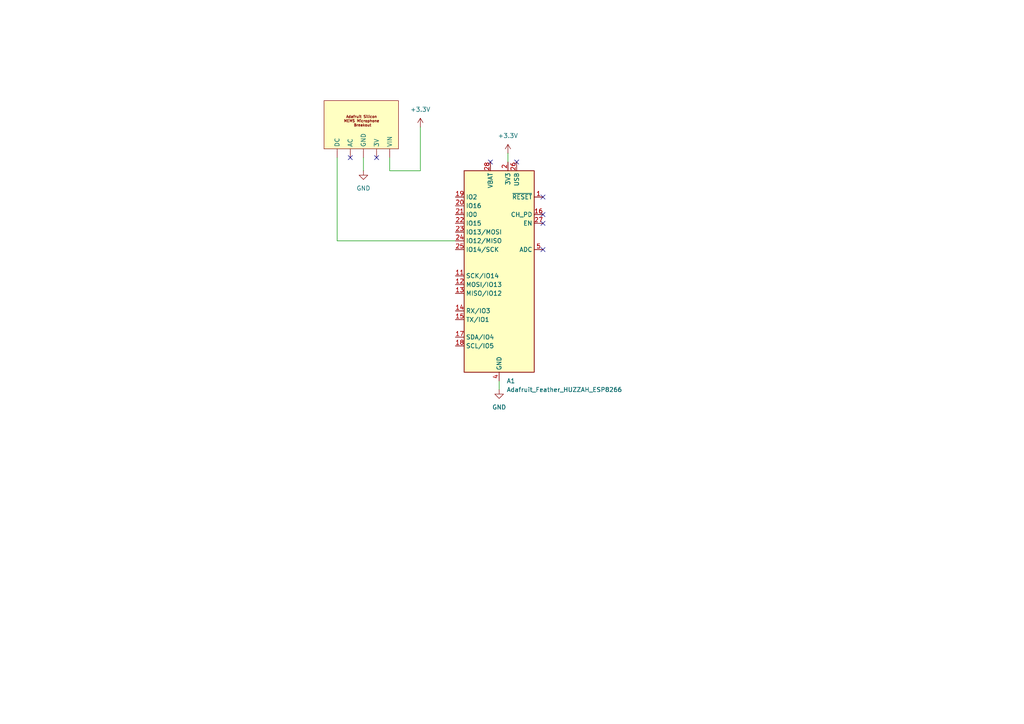
<source format=kicad_sch>
(kicad_sch (version 20250114) (generator "eeschema") (generator_version "9.0")
  (paper "A4")
  (lib_symbols
    (symbol "MCU_Module:Adafruit_Feather_HUZZAH_ESP8266"
      (property "Reference" "A" (at -10.16 29.21 0))
      (property "Value" "Adafruit_Feather_HUZZAH_ESP8266" (at 2.54 -31.75 0))
      (symbol "Adafruit_Feather_HUZZAH_ESP8266_0_1"
        (rectangle (start -10.16 27.94) (end 10.16 -30.48) (stroke (width 0.254)) (fill (type background)))
      )
      (symbol "Adafruit_Feather_HUZZAH_ESP8266_1_1"
        (pin bidirectional line (at -12.7 20.32 0) (length 2.54) (name "IO2") (number "19"))
        (pin bidirectional line (at -12.7 17.78 0) (length 2.54) (name "IO16") (number "20"))
        (pin bidirectional line (at -12.7 15.24 0) (length 2.54) (name "IO0") (number "21"))
        (pin bidirectional line (at -12.7 12.7 0) (length 2.54) (name "IO15") (number "22"))
        (pin bidirectional line (at -12.7 10.16 0) (length 2.54) (name "IO13/MOSI") (number "23"))
        (pin bidirectional line (at -12.7 7.62 0) (length 2.54) (name "IO12/MISO") (number "24"))
        (pin bidirectional line (at -12.7 5.08 0) (length 2.54) (name "IO14/SCK") (number "25"))
        (pin bidirectional line (at -12.7 -2.54 0) (length 2.54) (name "SCK/IO14") (number "11"))
        (pin bidirectional line (at -12.7 -5.08 0) (length 2.54) (name "MOSI/IO13") (number "12"))
        (pin bidirectional line (at -12.7 -7.62 0) (length 2.54) (name "MISO/IO12") (number "13"))
        (pin bidirectional line (at -12.7 -12.7 0) (length 2.54) (name "RX/IO3") (number "14"))
        (pin bidirectional line (at -12.7 -15.24 0) (length 2.54) (name "TX/IO1") (number "15"))
        (pin bidirectional line (at -12.7 -20.32 0) (length 2.54) (name "SDA/IO4") (number "17"))
        (pin bidirectional line (at -12.7 -22.86 0) (length 2.54) (name "SCL/IO5") (number "18"))
        (pin power_in line (at -2.54 30.48 270) (length 2.54) (name "VBAT") (number "28"))
        (pin power_in line (at 0 -33.02 90) (length 2.54) (name "GND") (number "4"))
        (pin power_in line (at 2.54 30.48 270) (length 2.54) (name "3V3") (number "2"))
        (pin power_in line (at 5.08 30.48 270) (length 2.54) (name "USB") (number "26"))
        (pin no_connect line (at 10.16 10.16 180) (length 2.54) (hide yes) (name "NC") (number "3"))
        (pin no_connect line (at 10.16 2.54 180) (length 2.54) (hide yes) (name "NC") (number "6"))
        (pin no_connect line (at 10.16 0 180) (length 2.54) (hide yes) (name "NC") (number "7"))
        (pin no_connect line (at 10.16 -2.54 180) (length 2.54) (hide yes) (name "NC") (number "8"))
        (pin no_connect line (at 10.16 -5.08 180) (length 2.54) (hide yes) (name "NC") (number "9"))
        (pin no_connect line (at 10.16 -7.62 180) (length 2.54) (hide yes) (name "NC") (number "10"))
        (pin input line (at 12.7 20.32 180) (length 2.54) (name "~{RESET}") (number "1"))
        (pin bidirectional line (at 12.7 15.24 180) (length 2.54) (name "CH_PD") (number "16"))
        (pin input line (at 12.7 12.7 180) (length 2.54) (name "EN") (number "27"))
        (pin bidirectional line (at 12.7 5.08 180) (length 2.54) (name "ADC") (number "5"))
      )
    )
    (symbol "mudasir_custom:Adafruit_Silicon_MEMS_Mic_Breakout"
      (symbol "Adafruit_Silicon_MEMS_Mic_Breakout_0_1"
        (rectangle (start 15.24 10.16) (end -6.35 -3.81) (fill (type color) (color 255 255 194 1)))
      )
      (symbol "Adafruit_Silicon_MEMS_Mic_Breakout_1_0"
        (pin free line (at -2.54 -6.35 90) (length 2.54) (name "DC") (number ""))
        (pin free line (at 1.27 -6.35 90) (length 2.54) (name "AC") (number ""))
        (pin open_collector line (at 5.08 -6.35 90) (length 2.54) (name "GND") (number ""))
        (pin power_in line (at 8.89 -6.35 90) (length 2.54) (name "3V") (number ""))
        (pin power_in line (at 12.7 -6.35 90) (length 2.54) (name "VIN") (number ""))
      )
      (symbol "Adafruit_Silicon_MEMS_Mic_Breakout_1_1"
        (text "Adafruit Silicon \nMEMS Microphone \nBreakout" (at 4.826 4.318 0) (effects (font (size 0.762 0.762))))
      )
    )
    (symbol "power:+3.3V" (power) (pin_numbers (hide yes)) (pin_names (offset 0) (hide yes))
      (property "Value" "+3.3V" (at 0 3.556 0))
      (symbol "+3.3V_0_1"
        (polyline (pts (xy -0.762 1.27) (xy 0 2.54)))
        (polyline (pts (xy 0 2.54) (xy 0.762 1.27)))
        (polyline (pts (xy 0 0) (xy 0 2.54)))
      )
      (symbol "+3.3V_1_1"
        (pin power_in line (at 0 0 90) (length 0) (name "~") (number "1"))
      )
    )
    (symbol "power:GND" (power) (pin_numbers (hide yes)) (pin_names (offset 0) (hide yes))
      (property "Value" "GND" (at 0 -3.81 0))
      (symbol "GND_0_1"
        (polyline (pts (xy 0 0) (xy 0 -1.27) (xy 1.27 -1.27) (xy 0 -2.54) (xy -1.27 -1.27) (xy 0 -1.27)))
      )
      (symbol "GND_1_1"
        (pin power_in line (at 0 0 270) (length 0) (name "~") (number "1"))
      )
    )
  )
  (no_connect (at 142.24 46.99))
  (no_connect (at 157.48 64.77))
  (no_connect (at 157.48 72.39))
  (no_connect (at 101.6 45.72))
  (no_connect (at 157.48 57.15))
  (no_connect (at 157.48 62.23))
  (no_connect (at 109.22 45.72))
  (no_connect (at 149.86 46.99))
  (wire (pts (xy 121.92 49.53) (xy 121.92 36.83)))
  (wire (pts (xy 105.41 45.72) (xy 105.41 49.53)))
  (wire (pts (xy 113.03 49.53) (xy 121.92 49.53)))
  (wire (pts (xy 144.78 110.49) (xy 144.78 113.03)))
  (wire (pts (xy 97.79 69.85) (xy 132.08 69.85)))
  (wire (pts (xy 113.03 45.72) (xy 113.03 49.53)))
  (wire (pts (xy 97.79 45.72) (xy 97.79 69.85)))
  (wire (pts (xy 147.32 44.45) (xy 147.32 46.99)))
  (symbol (lib_id "power:+3.3V") (at 147.32 44.45 0) (unit 1)
    (property "Reference" "#PWR01" (effects (hide yes)))
    (property "Value" "+3.3V" (at 147.32 39.37 0))
    (property "Description" "Power symbol creates a global label with name \"+3.3V\"" (effects (hide yes)))
  )
  (symbol (lib_id "power:+3.3V") (at 121.92 36.83 0) (unit 1)
    (property "Reference" "#PWR02" (effects (hide yes)))
    (property "Value" "+3.3V" (at 121.92 31.75 0))
    (property "Description" "Power symbol creates a global label with name \"+3.3V\"" (effects (hide yes)))
  )
  (symbol (lib_id "power:GND") (at 144.78 113.03 0) (unit 1)
    (property "Reference" "#PWR04" (effects (hide yes)))
    (property "Value" "GND" (at 144.78 118.11 0))
    (property "Description" "Power symbol creates a global label with name \"GND\" , ground" (effects (hide yes)))
  )
  (symbol (lib_id "power:GND") (at 105.41 49.53 0) (unit 1)
    (property "Reference" "#PWR03" (effects (hide yes)))
    (property "Value" "GND" (at 105.41 54.61 0))
    (property "Description" "Power symbol creates a global label with name \"GND\" , ground" (effects (hide yes)))
  )
  (symbol (lib_id "MCU_Module:Adafruit_Feather_HUZZAH_ESP8266") (at 144.78 77.47 0) (unit 1)
    (property "Reference" "A1" (at 146.9233 110.49 0) (effects (justify left)))
    (property "Value" "Adafruit_Feather_HUZZAH_ESP8266" (at 146.9233 113.03 0) (effects (justify left)))
    (property "Footprint" "Module:Adafruit_Feather" (effects (hide yes)))
    (property "Datasheet" "https://cdn-learn.adafruit.com/downloads/pdf/adafruit-feather-huzzah-esp8266.pdf" (effects (hide yes)))
    (property "Description" "Microcontroller module with ESP8266 MCU" (effects (hide yes)))
  )
  (symbol (lib_id "mudasir_custom:Adafruit_Silicon_MEMS_Mic_Breakout") (at 100.33 39.37 0) (unit 1)
    (property "Reference" "U1" (effects (hide yes)))
  )
)
</source>
